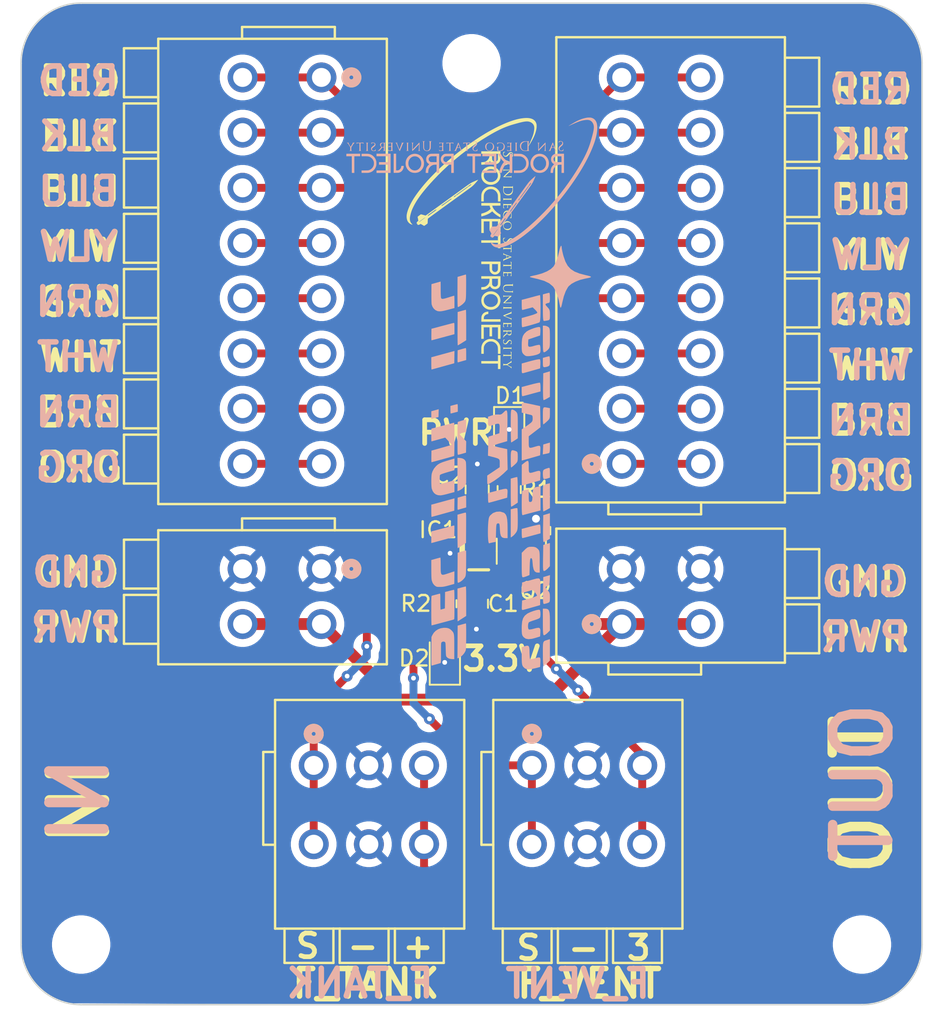
<source format=kicad_pcb>
(kicad_pcb (version 20241229) (generator "pcbnew") (generator_version "9.0")
  (layers (0 "F.Cu" signal) (2 "B.Cu" power) (13 "F.Paste" user) (15 "B.Paste" user) (5 "F.SilkS" user "F.Silkscreen") (7 "B.SilkS" user "B.Silkscreen") (1 "F.Mask" user) (3 "B.Mask" user) (25 "Edge.Cuts" user))
  (net 0 "")
  (net 1 "+3.3V")
  (net 2 "GND")
  (net 3 "VBUS")
  (net 4 "Net-(D1-A)")
  (net 5 "Net-(D2-A)")
  (net 6 "MOV")
  (net 7 "ENG_CHAMBER")
  (net 8 "MFV")
  (net 9 "+BATT")
  (net 10 "unconnected-(J1-8_1-Pad15)")
  (net 11 "F_TANK")
  (net 12 "F_VENT")
  (net 13 "unconnected-(J1-5_1-Pad9)")
  (net 14 "unconnected-(J1-4_1-Pad7)")
  (net 15 "unconnected-(J1-6_1-Pad11)")
  (net 16 "unconnected-(J1-7_1-Pad13)")
  (net 17 "unconnected-(J2-2_1-Pad3)")
  (net 18 "unconnected-(J2-3_1-Pad5)")
  (net 19 "unconnected-(J2-1_1-Pad1)")
  (footprint "Wago 2601_1102:CONN2_2601-1102_WAG" (layer "F.Cu") (at 44.45 61.27 -90)
    (property "Reference" "J3" (hide yes))
    (property "Value" "PWR IN")
    (pad "1" thru_hole circle (at 0 0 270) (size 1.9 1.9) (drill 1.2) (layers "*.Cu" "*.Mask") (net 2 "GND"))
    (pad "2" thru_hole circle (at 0 5 270) (size 1.9 1.9) (drill 1.2) (layers "*.Cu" "*.Mask") (net 2 "GND"))
    (pad "3" thru_hole circle (at 3.5 0 270) (size 1.9 1.9) (drill 1.2) (layers "*.Cu" "*.Mask") (net 9 "+BATT"))
    (pad "4" thru_hole circle (at 3.5 5 270) (size 1.9 1.9) (drill 1.2) (layers "*.Cu" "*.Mask") (net 9 "+BATT"))
  )
  (footprint "MountingHole:MountingHole_3.2mm_M3" (layer "F.Cu") (at 78.74 85.09)
    (property "Reference" "H2" (hide yes))
    (property "Value" "MountingHole")
    (pad "" np_thru_hole circle (at 0 0) (size 3.2 3.2) (drill 3.2) (layers "*.Cu" "*.Mask"))
  )
  (footprint "Resistor_SMD:R_0805_2012Metric" (layer "F.Cu") (at 56.36 56.242499 90)
    (property "Reference" "R1" (at 0.003471 1.73 180) (layer "F.SilkS"))
    (property "Value" "470")
    (pad "1" smd roundrect (at -0.9125 0 90) (size 1.025 1.4) (layers "F.Cu" "F.Mask" "F.Paste") (roundrect_rratio 0.243902) (net 3 "VBUS"))
    (pad "2" smd roundrect (at 0.9125 0 90) (size 1.025 1.4) (layers "F.Cu" "F.Mask" "F.Paste") (roundrect_rratio 0.243902) (net 4 "Net-(D1-A)"))
  )
  (footprint "SDSU RP:RP_Logo" (layer "F.Cu") (at 53.975 40.64 -90)
    (property "Reference" "G***" (hide yes))
    (property "Value" "LOGO" (hide yes))
  )
  (footprint "TLV76033DBZR:SOT95P237X112-3N" (layer "F.Cu") (at 53.379999 59.83 180)
    (property "Reference" "IC1" (at 1.53 1.03 180) (layer "F.SilkS"))
    (property "Value" "TLV76033DBZR" (hide yes))
    (pad "1" smd rect (at -1.050001 -0.95 270) (size 0.6 1.25) (layers "F.Cu" "F.Mask" "F.Paste") (net 1 "+3.3V"))
    (pad "2" smd rect (at -1.050001 0.95 270) (size 0.6 1.25) (layers "F.Cu" "F.Mask" "F.Paste") (net 3 "VBUS"))
    (pad "3" smd rect (at 1.05 0 270) (size 0.6 1.25) (layers "F.Cu" "F.Mask" "F.Paste") (net 2 "GND"))
  )
  (footprint "Capacitor_SMD:C_0805_2012Metric" (layer "F.Cu") (at 54.329999 56.23 90)
    (property "Reference" "C2" (at 0.89 -1.75 180) (layer "F.SilkS"))
    (property "Value" "0.1uF")
    (pad "1" smd roundrect (at -0.949999 0 90) (size 1 1.45) (layers "F.Cu" "F.Mask" "F.Paste") (net 3 "VBUS"))
    (pad "2" smd roundrect (at 0.949999 0 90) (size 1 1.45) (layers "F.Cu" "F.Mask" "F.Paste") (net 2 "GND"))
  )
  (footprint "MountingHole:MountingHole_3.2mm_M3" (layer "F.Cu") (at 29.21 85.09)
    (property "Reference" "H1" (hide yes))
    (property "Value" "MountingHole")
    (pad "" np_thru_hole circle (at 0 0) (size 3.2 3.2) (drill 3.2) (layers "*.Cu" "*.Mask"))
  )
  (footprint "Resistor_SMD:R_0805_2012Metric" (layer "F.Cu") (at 52.279999 63.479999 -90)
    (property "Reference" "R2" (at -0.009998 1.84 180) (layer "F.SilkS"))
    (property "Value" "75")
    (pad "1" smd roundrect (at -0.9125 0 270) (size 1.025 1.4) (layers "F.Cu" "F.Mask" "F.Paste") (roundrect_rratio 0.243902) (net 1 "+3.3V"))
    (pad "2" smd roundrect (at 0.9125 0 270) (size 1.025 1.4) (layers "F.Cu" "F.Mask" "F.Paste") (roundrect_rratio 0.243902) (net 5 "Net-(D2-A)"))
  )
  (footprint "Wago 2601_1102:CONN2_2601-1102_WAG" (layer "F.Cu") (at 63.5 64.77 90)
    (property "Reference" "J4" (hide yes))
    (property "Value" "PWR IN")
    (pad "1" thru_hole circle (at 0 0 90) (size 1.9 1.9) (drill 1.2) (layers "*.Cu" "*.Mask") (net 9 "+BATT"))
    (pad "2" thru_hole circle (at 0 5 90) (size 1.9 1.9) (drill 1.2) (layers "*.Cu" "*.Mask") (net 9 "+BATT"))
    (pad "3" thru_hole circle (at 3.5 0 90) (size 1.9 1.9) (drill 1.2) (layers "*.Cu" "*.Mask") (net 2 "GND"))
    (pad "4" thru_hole circle (at 3.5 5 90) (size 1.9 1.9) (drill 1.2) (layers "*.Cu" "*.Mask") (net 2 "GND"))
  )
  (footprint "Wago 2601_1108:CONN8_2601-1108_WAG" (layer "F.Cu") (at 63.5 54.61 90)
    (property "Reference" "J2" (hide yes))
    (property "Value" "SIGNAL_OUT")
    (pad "1" thru_hole circle (at 0 0 90) (size 1.9 1.9) (drill 1.2) (layers "*.Cu" "*.Mask") (net 19 "unconnected-(J2-1_1-Pad1)"))
    (pad "2" thru_hole circle (at 0 5 90) (size 1.9 1.9) (drill 1.2) (layers "*.Cu" "*.Mask") (net 19 "unconnected-(J2-1_1-Pad1)"))
    (pad "3" thru_hole circle (at 3.500001 0 90) (size 1.9 1.9) (drill 1.2) (layers "*.Cu" "*.Mask") (net 17 "unconnected-(J2-2_1-Pad3)"))
    (pad "4" thru_hole circle (at 3.500001 5 90) (size 1.9 1.9) (drill 1.2) (layers "*.Cu" "*.Mask") (net 17 "unconnected-(J2-2_1-Pad3)"))
    (pad "5" thru_hole circle (at 7.000002 0 90) (size 1.9 1.9) (drill 1.2) (layers "*.Cu" "*.Mask") (net 18 "unconnected-(J2-3_1-Pad5)"))
    (pad "6" thru_hole circle (at 7.000002 5 90) (size 1.9 1.9) (drill 1.2) (layers "*.Cu" "*.Mask") (net 18 "unconnected-(J2-3_1-Pad5)"))
    (pad "7" thru_hole circle (at 10.500002 0 90) (size 1.9 1.9) (drill 1.2) (layers "*.Cu" "*.Mask") (net 12 "F_VENT"))
    (pad "8" thru_hole circle (at 10.500002 5 90) (size 1.9 1.9) (drill 1.2) (layers "*.Cu" "*.Mask") (net 12 "F_VENT"))
    (pad "9" thru_hole circle (at 14.000003 0 90) (size 1.9 1.9) (drill 1.2) (layers "*.Cu" "*.Mask") (net 11 "F_TANK"))
    (pad "10" thru_hole circle (at 14.000003 5 90) (size 1.9 1.9) (drill 1.2) (layers "*.Cu" "*.Mask") (net 11 "F_TANK"))
    (pad "11" thru_hole circle (at 17.500003 0 90) (size 1.9 1.9) (drill 1.2) (layers "*.Cu" "*.Mask") (net 8 "MFV"))
    (pad "12" thru_hole circle (at 17.500003 5 90) (size 1.9 1.9) (drill 1.2) (layers "*.Cu" "*.Mask") (net 8 "MFV"))
    (pad "13" thru_hole circle (at 21.000004 0 90) (size 1.9 1.9) (drill 1.2) (layers "*.Cu" "*.Mask") (net 6 "MOV"))
    (pad "14" thru_hole circle (at 21.000004 5 90) (size 1.9 1.9) (drill 1.2) (layers "*.Cu" "*.Mask") (net 6 "MOV"))
    (pad "15" thru_hole circle (at 24.500005 0 90) (size 1.9 1.9) (drill 1.2) (layers "*.Cu" "*.Mask") (net 7 "ENG_CHAMBER"))
    (pad "16" thru_hole circle (at 24.500005 5 90) (size 1.9 1.9) (drill 1.2) (layers "*.Cu" "*.Mask") (net 7 "ENG_CHAMBER"))
  )
  (footprint "LED_SMD:LED_0805_2012Metric" (layer "F.Cu") (at 56.36 52.692499 -90)
    (property "Reference" "D1" (at -2.402499 -0.069999 180) (layer "F.SilkS"))
    (property "Value" "GREEN")
    (pad "1" smd roundrect (at -0.937501 0 270) (size 0.975 1.4) (layers "F.Cu" "F.Mask" "F.Paste") (net 2 "GND"))
    (pad "2" smd roundrect (at 0.937501 0 270) (size 0.975 1.4) (layers "F.Cu" "F.Mask" "F.Paste") (net 4 "Net-(D1-A)"))
  )
  (footprint "Wago 2601_1103:CONN3_2601-1103_WAG" (layer "F.Cu") (at 43.959999 73.73)
    (property "Reference" "J6" (hide yes))
    (property "Value" "PT_1")
    (pad "1" thru_hole circle (at 0 0) (size 1.9 1.9) (drill 1.2) (layers "*.Cu" "*.Mask") (net 11 "F_TANK"))
    (pad "2" thru_hole circle (at 0 5) (size 1.9 1.9) (drill 1.2) (layers "*.Cu" "*.Mask") (net 11 "F_TANK"))
    (pad "3" thru_hole circle (at 3.5 0) (size 1.9 1.9) (drill 1.2) (layers "*.Cu" "*.Mask") (net 2 "GND"))
    (pad "4" thru_hole circle (at 3.5 5) (size 1.9 1.9) (drill 1.2) (layers "*.Cu" "*.Mask") (net 2 "GND"))
    (pad "5" thru_hole circle (at 7.000001 0) (size 1.9 1.9) (drill 1.2) (layers "*.Cu" "*.Mask") (net 3 "VBUS"))
    (pad "6" thru_hole circle (at 7.000001 5) (size 1.9 1.9) (drill 1.2) (layers "*.Cu" "*.Mask") (net 3 "VBUS"))
  )
  (footprint "LED_SMD:LED_0805_2012Metric" (layer "F.Cu") (at 52.279999 66.929999 90)
    (property "Reference" "D2" (at -0.009189 -1.949999 180) (layer "F.SilkS"))
    (property "Value" "RED")
    (pad "1" smd roundrect (at -0.937501 0 90) (size 0.975 1.4) (layers "F.Cu" "F.Mask" "F.Paste") (net 2 "GND"))
    (pad "2" smd roundrect (at 0.937501 0 90) (size 0.975 1.4) (layers "F.Cu" "F.Mask" "F.Paste") (net 5 "Net-(D2-A)"))
  )
  (footprint "Package_TO_SOT_SMD:SOT-23-3" (layer "F.Cu") (at 57.129999 60.15 -90)
    (property "Reference" "Q2" (at 2.51 -0.9 180) (layer "F.SilkS"))
    (property "Value" "DMP3099L")
    (pad "1" smd roundrect (at -1.1375 -0.949999 270) (size 1.325 0.6) (layers "F.Cu" "F.Mask" "F.Paste") (net 2 "GND"))
    (pad "2" smd roundrect (at -1.1375 0.949999 270) (size 1.325 0.6) (layers "F.Cu" "F.Mask" "F.Paste") (net 3 "VBUS"))
    (pad "3" smd roundrect (at 1.1375 0 270) (size 1.325 0.6) (layers "F.Cu" "F.Mask" "F.Paste") (net 9 "+BATT"))
  )
  (footprint "Capacitor_SMD:C_0805_2012Metric" (layer "F.Cu") (at 54.279999 63.479999 -90)
    (property "Reference" "C1" (at 0.000001 -1.7 180) (layer "F.SilkS"))
    (property "Value" "0.1uF")
    (pad "1" smd roundrect (at -0.949999 0 270) (size 1 1.45) (layers "F.Cu" "F.Mask" "F.Paste") (net 1 "+3.3V"))
    (pad "2" smd roundrect (at 0.949999 0 270) (size 1 1.45) (layers "F.Cu" "F.Mask" "F.Paste") (net 2 "GND"))
  )
  (footprint "Wago 2601_1103:CONN3_2601-1103_WAG" (layer "F.Cu") (at 57.799999 73.73)
    (property "Reference" "J5" (hide yes))
    (property "Value" "HALL_1")
    (pad "1" thru_hole circle (at 0 0) (size 1.9 1.9) (drill 1.2) (layers "*.Cu" "*.Mask") (net 12 "F_VENT"))
    (pad "2" thru_hole circle (at 0 5) (size 1.9 1.9) (drill 1.2) (layers "*.Cu" "*.Mask") (net 12 "F_VENT"))
    (pad "3" thru_hole circle (at 3.5 0) (size 1.9 1.9) (drill 1.2) (layers "*.Cu" "*.Mask") (net 2 "GND"))
    (pad "4" thru_hole circle (at 3.5 5) (size 1.9 1.9) (drill 1.2) (layers "*.Cu" "*.Mask") (net 2 "GND"))
    (pad "5" thru_hole circle (at 7.000001 0) (size 1.9 1.9) (drill 1.2) (layers "*.Cu" "*.Mask") (net 1 "+3.3V"))
    (pad "6" thru_hole circle (at 7.000001 5) (size 1.9 1.9) (drill 1.2) (layers "*.Cu" "*.Mask") (net 1 "+3.3V"))
  )
  (footprint "MountingHole:MountingHole_3.2mm_M3" (layer "F.Cu") (at 53.975 29.21)
    (property "Reference" "H3" (hide yes))
    (property "Value" "MountingHole")
    (pad "" np_thru_hole circle (at 0 0) (size 3.2 3.2) (drill 3.2) (layers "*.Cu" "*.Mask"))
  )
  (footprint "Wago 2601_1108:CONN8_2601-1108_WAG" (layer "F.Cu") (at 44.45 30.109995 -90)
    (property "Reference" "J1" (hide yes))
    (property "Value" "SIGNAL_OUT")
    (pad "1" thru_hole circle (at 0 0 270) (size 1.9 1.9) (drill 1.2) (layers "*.Cu" "*.Mask") (net 7 "ENG_CHAMBER"))
    (pad "2" thru_hole circle (at 0 5 270) (size 1.9 1.9) (drill 1.2) (layers "*.Cu" "*.Mask") (net 7 "ENG_CHAMBER"))
    (pad "3" thru_hole circle (at 3.500001 0 270) (size 1.9 1.9) (drill 1.2) (layers "*.Cu" "*.Mask") (net 6 "MOV"))
    (pad "4" thru_hole circle (at 3.500001 5 270) (size 1.9 1.9) (drill 1.2) (layers "*.Cu" "*.Mask") (net 6 "MOV"))
    (pad "5" thru_hole circle (at 7.000002 0 270) (size 1.9 1.9) (drill 1.2) (layers "*.Cu" "*.Mask") (net 8 "MFV"))
    (pad "6" thru_hole circle (at 7.000002 5 270) (size 1.9 1.9) (drill 1.2) (layers "*.Cu" "*.Mask") (net 8 "MFV"))
    (pad "7" thru_hole circle (at 10.500002 0 270) (size 1.9 1.9) (drill 1.2) (layers "*.Cu" "*.Mask") (net 14 "unconnected-(J1-4_1-Pad7)"))
    (pad "8" thru_hole circle (at 10.500002 5 270) (size 1.9 1.9) (drill 1.2) (layers "*.Cu" "*.Mask") (net 14 "unconnected-(J1-4_1-Pad7)"))
    (pad "9" thru_hole circle (at 14.000003 0 270) (size 1.9 1.9) (drill 1.2) (layers "*.Cu" "*.Mask") (net 13 "unconnected-(J1-5_1-Pad9)"))
    (pad "10" thru_hole circle (at 14.000003 5 270) (size 1.9 1.9) (drill 1.2) (layers "*.Cu" "*.Mask") (net 13 "unconnected-(J1-5_1-Pad9)"))
    (pad "11" thru_hole circle (at 17.500003 0 270) (size 1.9 1.9) (drill 1.2) (layers "*.Cu" "*.Mask") (net 15 "unconnected-(J1-6_1-Pad11)"))
    (pad "12" thru_hole circle (at 17.500003 5 270) (size 1.9 1.9) (drill 1.2) (layers "*.Cu" "*.Mask") (net 15 "unconnected-(J1-6_1-Pad11)"))
    (pad "13" thru_hole circle (at 21.000004 0 270) (size 1.9 1.9) (drill 1.2) (layers "*.Cu" "*.Mask") (net 16 "unconnected-(J1-7_1-Pad13)"))
    (pad "14" thru_hole circle (at 21.000004 5 270) (size 1.9 1.9) (drill 1.2) (layers "*.Cu" "*.Mask") (net 16 "unconnected-(J1-7_1-Pad13)"))
    (pad "15" thru_hole circle (at 24.500005 0 270) (size 1.9 1.9) (drill 1.2) (layers "*.Cu" "*.Mask") (net 10 "unconnected-(J1-8_1-Pad15)"))
    (pad "16" thru_hole circle (at 24.500005 5 270) (size 1.9 1.9) (drill 1.2) (layers "*.Cu" "*.Mask") (net 10 "unconnected-(J1-8_1-Pad15)"))
  )
  (footprint "LOGO" (layer "B.Cu") (at 58.546016 54.001485 90)
    (property "Reference" "G***" (hide yes))
    (property "Value" "LOGO" (hide yes))
  )
  (footprint "LOGO" (layer "B.Cu") (at 52.504807 55.018267 90)
    (property "Reference" "G***" (hide yes))
    (property "Value" "LOGO" (hide yes))
  )
  (footprint "SDSU RP:RP_Logo" (layer "B.Cu") (at 53.99 36.78 180)
    (property "Reference" "G***" (hide yes))
    (property "Value" "LOGO" (hide yes))
  )
  (gr_line (start 25.4 85.09) (end 25.4 29.21) (stroke (width 0.1)) (layer "Edge.Cuts"))
  (gr_arc (start 29.21 88.9) (mid 26.515923 87.784077) (end 25.4 85.09) (stroke (width 0.1)) (layer "Edge.Cuts"))
  (gr_arc (start 82.55 85.09) (mid 81.434077 87.784077) (end 78.74 88.9) (stroke (width 0.1)) (layer "Edge.Cuts"))
  (gr_arc (start 25.4 29.21) (mid 26.515923 26.515923) (end 29.21 25.4) (stroke (width 0.1)) (layer "Edge.Cuts"))
  (gr_line (start 78.74 88.9) (end 29.21 88.9) (stroke (width 0.1)) (layer "Edge.Cuts"))
  (gr_line (start 82.55 29.21) (end 82.55 85.09) (stroke (width 0.1)) (layer "Edge.Cuts"))
  (gr_arc (start 78.74 25.4) (mid 81.434077 26.515923) (end 82.55 29.21) (stroke (width 0.1)) (layer "Edge.Cuts"))
  (gr_line (start 29.21 25.4) (end 78.74 25.4) (stroke (width 0.1)) (layer "Edge.Cuts"))
  (gr_text "RED" (at 76.585 31.889995 0) (layer "F.SilkS") (effects (font (size 1.75 1.75) (thickness 0.35) (bold yes)) (justify left bottom)))
  (gr_text "IN" (at 26.73 73.02 270) (layer "F.SilkS") (effects (font (size 3.5 3.5) (thickness 0.6) (bold yes)) (justify left bottom)))
  (gr_text "3" (at 64.58 86.18 0) (layer "F.SilkS") (effects (font (size 1.5 1.5) (thickness 0.3) (bold yes)) (justify bottom)))
  (gr_text "BRN" (at 76.46 52.889995 0) (layer "F.SilkS") (effects (font (size 1.75 1.75) (thickness 0.35) (bold yes)) (justify left bottom)))
  (gr_text "BLK" (at 76.668333 35.389995 0) (layer "F.SilkS") (effects (font (size 1.75 1.75) (thickness 0.35) (bold yes)) (justify left bottom)))
  (gr_text "+" (at 50.580001 86.06 0) (layer "F.SilkS") (effects (font (size 1.5 1.5) (thickness 0.3) (bold yes)) (justify bottom)))
  (gr_text "PWR" (at 50.44575 53.516616 0) (layer "F.SilkS") (effects (font (size 1.5 1.5) (thickness 0.3) (bold yes)) (justify left bottom)))
  (gr_text "S" (at 43.58 86.06 0) (layer "F.SilkS") (effects (font (size 1.5 1.5) (thickness 0.3) (bold yes)) (justify bottom)))
  (gr_text "YLW" (at 26.450001 41.865996 0) (layer "F.SilkS") (effects (font (size 1.75 1.75) (thickness 0.35) (bold yes)) (justify left bottom)))
  (gr_text "RED" (at 26.366668 31.365996 0) (layer "F.SilkS") (effects (font (size 1.75 1.75) (thickness 0.35) (bold yes)) (justify left bottom)))
  (gr_text "F_TANK" (at 47.269999 88.59 0) (layer "F.SilkS") (effects (font (size 1.75 1.75) (thickness 0.35) (bold yes)) (justify bottom)))
  (gr_text "-" (at 47.080001 86.06 0) (layer "F.SilkS") (effects (font (size 1.5 1.5) (thickness 0.3) (bold yes)) (justify bottom)))
  (gr_text "BLU" (at 76.626666 38.889995 0) (layer "F.SilkS") (effects (font (size 1.75 1.75) (thickness 0.35) (bold yes)) (justify left bottom)))
  (gr_text "YLW" (at 76.668333 42.389995 0) (layer "F.SilkS") (effects (font (size 1.75 1.75) (thickness 0.35) (bold yes)) (justify left bottom)))
  (gr_text "GRN" (at 26.241668 45.365996 0) (layer "F.SilkS") (effects (font (size 1.75 1.75) (thickness 0.35) (bold yes)) (justify left bottom)))
  (gr_text "WHT" (at 26.325001 48.865996 0) (layer "F.SilkS") (effects (font (size 1.75 1.75) (thickness 0.35) (bold yes)) (justify left bottom)))
  (gr_text "PWR" (at 76.024999 66.62 0) (layer "F.SilkS") (effects (font (size 1.75 1.75) (thickness 0.35) (bold yes)) (justify left bottom)))
  (gr_text "S" (at 57.579999 86.18 0) (layer "F.SilkS") (effects (font (size 1.5 1.5) (thickness 0.3) (bold yes)) (justify bottom)))
  (gr_text "ORG" (at 76.46 56.39 0) (layer "F.SilkS") (effects (font (size 1.75 1.75) (thickness 0.35) (bold yes)) (justify left bottom)))
  (gr_text "3.3V" (at 53.229999 67.85 0) (layer "F.SilkS") (effects (font (size 1.5 1.5) (thickness 0.3) (bold yes)) (justify left bottom)))
  (gr_text "PWR" (at 25.95 66.02 0) (layer "F.SilkS") (effects (font (size 1.75 1.75) (thickness 0.35) (bold yes)) (justify left bottom)))
  (gr_text "-" (at 61.08 86.18 0) (layer "F.SilkS") (effects (font (size 1.5 1.5) (thickness 0.3) (bold yes)) (justify bottom)))
  (gr_text "F_VENT" (at 61.449999 88.59 0) (layer "F.SilkS") (effects (font (size 1.75 1.75) (thickness 0.35) (bold yes)) (justify bottom)))
  (gr_text "BLK" (at 26.450001 34.865996 0) (layer "F.SilkS") (effects (font (size 1.75 1.75) (thickness 0.35) (bold yes)) (justify left bottom)))
  (gr_text "BRN" (at 26.241668 52.365996 0) (layer "F.SilkS") (effects (font (size 1.75 1.75) (thickness 0.35) (bold yes)) (justify left bottom)))
  (gr_text "GND" (at 26.033334 62.519999 0) (layer "F.SilkS") (effects (font (size 1.75 1.75) (thickness 0.35) (bold yes)) (justify left bottom)))
  (gr_text "ORG" (at 26.241668 55.866001 0) (layer "F.SilkS") (effects (font (size 1.75 1.75) (thickness 0.35) (bold yes)) (justify left bottom)))
  (gr_text "GND" (at 76.108333 63.119999 0) (layer "F.SilkS") (effects (font (size 1.75 1.75) (thickness 0.35) (bold yes)) (justify left bottom)))
  (gr_text "GRN" (at 76.46 45.889995 0) (layer "F.SilkS") (effects (font (size 1.75 1.75) (thickness 0.35) (bold yes)) (justify left bottom)))
  (gr_text "BLU" (at 26.408334 38.365996 0) (layer "F.SilkS") (effects (font (size 1.75 1.75) (thickness 0.35) (bold yes)) (justify left bottom)))
  (gr_text "WHT" (at 76.543333 49.389995 0) (layer "F.SilkS") (effects (font (size 1.75 1.75) (thickness 0.35) (bold yes)) (justify left bottom)))
  (gr_text "OUT" (at 80.81 81 90) (layer "F.SilkS") (effects (font (size 3.5 3.5) (thickness 0.6) (bold yes)) (justify left bottom)))
  (gr_text "BLU" (at 31.758335 38.359997 0) (layer "B.SilkS") (effects (font (size 1.75 1.75) (thickness 0.35) (bold yes)) (justify left bottom mirror)))
  (gr_text "GND" (at 31.706666 62.514001 0) (layer "B.SilkS") (effects (font (size 1.75 1.75) (thickness 0.35) (bold yes)) (justify left bottom mirror)))
  (gr_text "YLW" (at 81.935 42.383996 0) (layer "B.SilkS") (effects (font (size 1.75 1.75) (thickness 0.35) (bold yes)) (justify left bottom mirror)))
  (gr_text "IN" (at 26.7 78.98 270) (layer "B.SilkS") (effects (font (size 3.5 3.5) (thickness 0.6) (bold yes)) (justify left bottom mirror)))
  (gr_text "BLK" (at 31.716668 34.859997 0) (layer "B.SilkS") (effects (font (size 1.75 1.75) (thickness 0.35) (bold yes)) (justify left bottom mirror)))
  (gr_text "PWR" (at 31.79 66.014002 0) (layer "B.SilkS") (effects (font (size 1.75 1.75) (thickness 0.35) (bold yes)) (justify left bottom mirror)))
  (gr_text "GND" (at 81.781665 63.114001 0) (layer "B.SilkS") (effects (font (size 1.75 1.75) (thickness 0.35) (bold yes)) (justify left bottom mirror)))
  (gr_text "PWR" (at 81.864999 66.614002 0) (layer "B.SilkS") (effects (font (size 1.75 1.75) (thickness 0.35) (bold yes)) (justify left bottom mirror)))
  (gr_text "ORG" (at 82.143333 56.384001 0) (layer "B.SilkS") (effects (font (size 1.75 1.75) (thickness 0.35) (bold yes)) (justify left bottom mirror)))
  (gr_text "ORG" (at 31.925001 55.860002 0) (layer "B.SilkS") (effects (font (size 1.75 1.75) (thickness 0.35) (bold yes)) (justify left bottom mirror)))
  (gr_text "BRN" (at 82.143333 52.883996 0) (layer "B.SilkS") (effects (font (size 1.75 1.75) (thickness 0.35) (bold yes)) (justify left bottom mirror)))
  (gr_text "F_TANK" (at 46.9 88.574 0) (layer "B.SilkS") (effects (font (size 1.75 1.75) (thickness 0.35) (bold yes)) (justify bottom mirror)))
  (gr_text "YLW" (at 31.716668 41.859997 0) (layer "B.SilkS") (effects (font (size 1.75 1.75) (thickness 0.35) (bold yes)) (justify left bottom mirror)))
  (gr_text "F_VENT" (at 60.709999 88.594 0) (layer "B.SilkS") (effects (font (size 1.75 1.75) (thickness 0.35) (bold yes)) (justify bottom mirror)))
  (gr_text "WHT" (at 31.841668 48.859998 0) (layer "B.SilkS") (effects (font (size 1.75 1.75) (thickness 0.35) (bold yes)) (justify left bottom mirror)))
  (gr_text "GRN" (at 31.925001 45.359997 0) (layer "B.SilkS") (effects (font (size 1.75 1.75) (thickness 0.35) (bold yes)) (justify left bottom mirror)))
  (gr_text "RED" (at 82.018333 31.883996 0) (layer "B.SilkS") (effects (font (size 1.75 1.75) (thickness 0.35) (bold yes)) (justify left bottom mirror)))
  (gr_text "BLK" (at 81.935 35.383996 0) (layer "B.SilkS") (effects (font (size 1.75 1.75) (thickness 0.35) (bold yes)) (justify left bottom mirror)))
  (gr_text "GRN" (at 82.143333 45.883996 0) (layer "B.SilkS") (effects (font (size 1.75 1.75) (thickness 0.35) (bold yes)) (justify left bottom mirror)))
  (gr_text "BRN" (at 31.925001 52.359997 0) (layer "B.SilkS") (effects (font (size 1.75 1.75) (thickness 0.35) (bold yes)) (justify left bottom mirror)))
  (gr_text "RED" (at 31.800001 31.359997 0) (layer "B.SilkS") (effects (font (size 1.75 1.75) (thickness 0.35) (bold yes)) (justify left bottom mirror)))
  (gr_text "WHT" (at 82.06 49.383997 0) (layer "B.SilkS") (effects (font (size 1.75 1.75) (thickness 0.35) (bold yes)) (justify left bottom mirror)))
  (gr_text "OUT" (at 80.84 69.42 90) (layer "B.SilkS") (effects (font (size 3.5 3.5) (thickness 0.6) (bold yes)) (justify left bottom mirror)))
  (gr_text "BLU" (at 81.976667 38.883996 0) (layer "B.SilkS") (effects (font (size 1.75 1.75) (thickness 0.35) (bold yes)) (justify left bottom mirror)))
  (segment (start 64.8 73.08) (end 64.8 73.73) (width 0.5) (layer "F.Cu") (net 1))
  (segment (start 64.8 73.73) (end 64.8 78.73) (width 0.5) (layer "F.Cu") (net 1))
  (segment (start 59.355926 67.605926) (end 54.279999 62.53) (width 0.5) (layer "F.Cu") (net 1))
  (segment (start 60.72 68.96) (end 60.72 69) (width 0.5) (layer "F.Cu") (net 1))
  (segment (start 60.72 69) (end 64.8 73.08) (width 0.5) (layer "F.Cu") (net 1))
  (via (at 59.355926 67.605926) (size 0.7) (drill 0.3) (layers "F.Cu" "B.Cu") (net 1))
  (via (at 60.72 68.96) (size 0.7) (drill 0.3) (layers "F.Cu" "B.Cu") (net 1))
  (segment (start 60.72 68.96) (end 59.365926 67.605926) (width 0.5) (layer "B.Cu") (net 1))
  (segment (start 59.365926 67.605926) (end 59.355926 67.605926) (width 0.5) (layer "B.Cu") (net 1))
  (segment (start 52.329999 59.999999) (end 52.329999 59.83) (width 0.5) (layer "F.Cu") (net 2))
  (segment (start 54.329999 55.280001) (end 54.329999 54.630001) (width 0.5) (layer "F.Cu") (net 2))
  (segment (start 52.279999 67.209999) (end 52.27 67.2) (width 0.5) (layer "F.Cu") (net 2))
  (segment (start 56.36 51.754998) (end 56.36 52.43) (width 0.5) (layer "F.Cu") (net 2))
  (segment (start 54.329999 54.630001) (end 54.34 54.62) (width 0.5) (layer "F.Cu") (net 2))
  (segment (start 52.279999 67.8675) (end 52.279999 67.209999) (width 0.5) (layer "F.Cu") (net 2))
  (segment (start 58.079998 59.0125) (end 58.079998 58.109998) (width 0.5) (layer "F.Cu") (net 2))
  (segment (start 54.279999 64.429998) (end 54.28 65.09) (width 0.5) (layer "F.Cu") (net 2))
  (segment (start 58.079998 58.109998) (end 58.06 58.09) (width 0.5) (layer "F.Cu") (net 2))
  (segment (start 52.61 60.28) (end 52.329999 59.999999) (width 0.5) (layer "F.Cu") (net 2))
  (via (at 54.28 65.09) (size 0.7) (drill 0.3) (layers "F.Cu" "B.Cu") (net 2))
  (via (at 54.34 54.62) (size 0.7) (drill 0.3) (layers "F.Cu" "B.Cu") (net 2))
  (via (at 52.27 67.2) (size 0.7) (drill 0.3) (layers "F.Cu" "B.Cu") (net 2))
  (via (at 52.61 60.28) (size 0.7) (drill 0.3) (layers "F.Cu" "B.Cu") (net 2))
  (via (at 56.36 52.43) (size 0.7) (drill 0.3) (layers "F.Cu" "B.Cu") (net 2))
  (via (at 58.06 58.09) (size 1) (drill 0.5) (layers "F.Cu" "B.Cu") (net 2))
  (segment (start 67.51 81.85) (end 71.11 78.25) (width 0.5) (layer "F.Cu") (net 3))
  (segment (start 50.96 73.73) (end 50.96 78.73) (width 0.5) (layer "F.Cu") (net 3))
  (segment (start 50.96 78.73) (end 50.96 80.21) (width 0.5) (layer "F.Cu") (net 3))
  (segment (start 56.375999 57.139) (end 56.36 57.154999) (width 0.5) (layer "F.Cu") (net 3))
  (segment (start 71.11 78.25) (end 71.11 58.62) (width 0.5) (layer "F.Cu") (net 3))
  (segment (start 69.629 57.139) (end 56.375999 57.139) (width 0.5) (layer "F.Cu") (net 3))
  (segment (start 52.6 81.85) (end 67.51 81.85) (width 0.5) (layer "F.Cu") (net 3))
  (segment (start 50.96 80.21) (end 52.6 81.85) (width 0.5) (layer "F.Cu") (net 3))
  (segment (start 71.11 58.62) (end 69.629 57.139) (width 0.5) (layer "F.Cu") (net 3))
  (segment (start 56.36 53.63) (end 56.36 55.329999) (width 0.5) (layer "F.Cu") (net 4))
  (segment (start 52.279999 64.392499) (end 52.279999 65.992498) (width 0.5) (layer "F.Cu") (net 5))
  (segment (start 68.5 33.609996) (end 63.5 33.609996) (width 0.5) (layer "F.Cu") (net 6))
  (segment (start 63.5 33.609996) (end 44.45 33.609995) (width 0.5) (layer "F.Cu") (net 6))
  (segment (start 44.45 33.609995) (end 39.450001 33.609996) (width 0.5) (layer "F.Cu") (net 6))
  (segment (start 63.5 30.109995) (end 68.5 30.109995) (width 0.5) (layer "F.Cu") (net 7))
  (segment (start 45.651005 31.311) (end 62.298995 31.311) (width 0.5) (layer "F.Cu") (net 7))
  (segment (start 39.45 30.109995) (end 44.45 30.109995) (width 0.5) (layer "F.Cu") (net 7))
  (segment (start 44.45 30.109995) (end 45.651005 31.311) (width 0.5) (layer "F.Cu") (net 7))
  (segment (start 62.298995 31.311) (end 63.5 30.109995) (width 0.5) (layer "F.Cu") (net 7))
  (segment (start 63.5 37.109997) (end 68.5 37.109997) (width 0.5) (layer "F.Cu") (net 8))
  (segment (start 39.45 37.109997) (end 44.45 37.109997) (width 0.5) (layer "F.Cu") (net 8))
  (segment (start 44.45 37.109997) (end 63.5 37.109997) (width 0.5) (layer "F.Cu") (net 8))
  (segment (start 58.71 69.56) (end 63.5 64.77) (width 0.75) (layer "F.Cu") (net 9))
  (segment (start 49.24 69.56) (end 58.71 69.56) (width 0.75) (layer "F.Cu") (net 9))
  (segment (start 60.612499 64.77) (end 63.5 64.77) (width 0.75) (layer "F.Cu") (net 9))
  (segment (start 39.45 64.77) (end 44.45 64.77) (width 0.75) (layer "F.Cu") (net 9))
  (segment (start 44.45 64.77) (end 49.24 69.56) (width 0.75) (layer "F.Cu") (net 9))
  (segment (start 63.5 64.77) (end 68.5 64.77) (width 0.75) (layer "F.Cu") (net 9))
  (segment (start 57.129999 61.2875) (end 60.612499 64.77) (width 0.75) (layer "F.Cu") (net 9))
  (segment (start 44.45 54.61) (end 39.45 54.61) (width 0.5) (layer "F.Cu") (net 10))
  (segment (start 68.5 40.609997) (end 63.5 40.609997) (width 0.5) (layer "F.Cu") (net 11))
  (segment (start 58.290003 40.609997) (end 63.5 40.609997) (width 0.5) (layer "F.Cu") (net 11))
  (segment (start 46.08 68.07) (end 43.959999 70.190001) (width 0.5) (layer "F.Cu") (net 11))
  (segment (start 43.959999 70.190001) (end 43.959999 73.73) (width 0.5) (layer "F.Cu") (net 11))
  (segment (start 47.33 66.18) (end 47.33 51.57) (width 0.5) (layer "F.Cu") (net 11))
  (segment (start 43.959999 73.73) (end 43.959999 78.73) (width 0.5) (layer "F.Cu") (net 11))
  (segment (start 47.33 51.57) (end 58.290003 40.609997) (width 0.5) (layer "F.Cu") (net 11))
  (via (at 46.08 68.07) (size 0.7) (drill 0.3) (layers "F.Cu" "B.Cu") (net 11))
  (via (at 47.33 66.18) (size 0.7) (drill 0.3) (layers "F.Cu" "B.Cu") (net 11))
  (segment (start 47.33 66.18) (end 47.33 66.82) (width 0.5) (layer "B.Cu") (net 11))
  (segment (start 47.33 66.82) (end 46.08 68.07) (width 0.5) (layer "B.Cu") (net 11))
  (segment (start 54.25 73.73) (end 57.799999 73.73) (width 0.5) (layer "F.Cu") (net 12))
  (segment (start 57.799999 73.73) (end 57.799999 78.73) (width 0.5) (layer "F.Cu") (net 12))
  (segment (start 51.3 70.78) (end 54.25 73.73) (width 0.5) (layer "F.Cu") (net 12))
  (segment (start 50.29 51.21) (end 50.29 68.2) (width 0.5) (layer "F.Cu") (net 12))
  (segment (start 68.5 44.109998) (end 63.5 44.109998) (width 0.5) (layer "F.Cu") (net 12))
  (segment (start 63.5 44.109998) (end 57.390002 44.109998) (width 0.5) (layer "F.Cu") (net 12))
  (segment (start 57.390002 44.109998) (end 50.29 51.21) (width 0.5) (layer "F.Cu") (net 12))
  (via (at 50.29 68.2) (size 0.7) (drill 0.3) (layers "F.Cu" "B.Cu") (net 12))
  (via (at 51.3 70.78) (size 0.7) (drill 0.3) (layers "F.Cu" "B.Cu") (net 12))
  (segment (start 50.29 68.2) (end 50.29 69.77) (width 0.5) (layer "B.Cu") (net 12))
  (segment (start 50.29 69.77) (end 51.3 70.78) (width 0.5) (layer "B.Cu") (net 12))
  (segment (start 39.45 44.109998) (end 44.45 44.109998) (width 0.5) (layer "F.Cu") (net 13))
  (segment (start 39.45 40.609998) (end 44.45 40.609998) (width 0.5) (layer "F.Cu") (net 14))
  (segment (start 39.45 47.609998) (end 44.45 47.609998) (width 0.5) (layer "F.Cu") (net 15))
  (segment (start 44.45 51.109999) (end 39.45 51.109999) (width 0.5) (layer "F.Cu") (net 16))
  (segment (start 63.5 51.11) (end 68.499999 51.109999) (width 0.5) (layer "F.Cu") (net 17))
  (segment (start 63.5 47.609998) (end 68.5 47.609998) (width 0.5) (layer "F.Cu") (net 18))
  (segment (start 68.5 54.61) (end 63.5 54.61) (width 0.5) (layer "F.Cu") (net 19))
  (zone (net 3) (net_name "VBUS") (layer "F.Cu") (priority 1) (connect_pads yes (clearance 0.5)) (min_thickness 0.25) (fill yes (thermal_gap 0.5) (thermal_bridge_width 0.5))
    (polygon (pts (xy 57.095 56.469563) (xy 57.095 59.69) (xy 53.510001 59.69) (xy 53.49 56.48)))
  )
  (zone (net 1) (net_name "+3.3V") (layer "F.Cu") (priority 2) (connect_pads yes (clearance 0.5)) (min_thickness 0.25) (fill yes (thermal_gap 0.5) (thermal_bridge_width 0.5))
    (polygon (pts (xy 51.43 61.85) (xy 52.84 61.85) (xy 53.6 61.09) (xy 53.6 60.3) (xy 55.16 60.3) (xy 55.24 60.38) (xy 55.24 62.993745) (xy 55.003745 63.23) (xy 51.52 63.23) (xy 51.531254 63.218746) (xy 51.544999 63.218746) (xy 51.43 63.103747)))
  )
  (zone (net 2) (net_name "GND") (layer "B.Cu") (connect_pads (clearance 0.5)) (min_thickness 0.25) (fill yes (thermal_gap 0.5) (thermal_bridge_width 0.5))
    (polygon (pts (xy 25.4 88.8) (xy 25.35 25.2) (xy 82.5 25.4) (xy 82.6 89.05)))
  )
)
</source>
